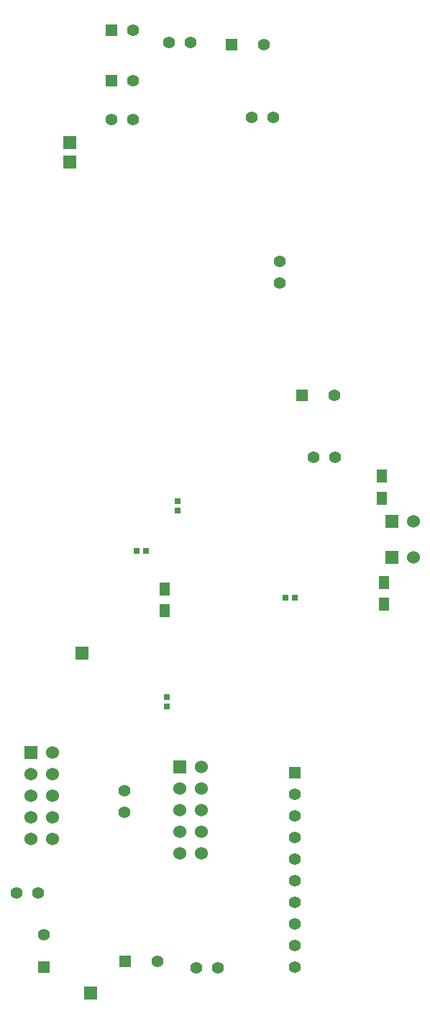
<source format=gbs>
G04 (created by PCBNEW (22-Jun-2014 BZR 4027)-stable) date Tue Mar 31 02:57:52 2015*
%MOIN*%
G04 Gerber Fmt 3.4, Leading zero omitted, Abs format*
%FSLAX34Y34*%
G01*
G70*
G90*
G04 APERTURE LIST*
%ADD10C,0.00590551*%
%ADD11R,0.0472X0.0591*%
%ADD12R,0.06X0.06*%
%ADD13C,0.06*%
%ADD14R,0.0590551X0.0590551*%
%ADD15R,0.0275X0.0315*%
%ADD16R,0.0315X0.0275*%
%ADD17C,0.055*%
%ADD18R,0.055X0.055*%
G04 APERTURE END LIST*
G54D10*
G54D11*
X70866Y-28661D03*
X70866Y-27637D03*
X70964Y-33582D03*
X70964Y-32558D03*
G54D12*
X71350Y-31397D03*
G54D13*
X72350Y-31397D03*
G54D14*
X56397Y-13090D03*
G54D12*
X57381Y-51574D03*
G54D15*
X60925Y-37874D03*
X60925Y-38306D03*
G54D16*
X59528Y-31102D03*
X59960Y-31102D03*
G54D15*
X61417Y-28819D03*
X61417Y-29251D03*
G54D16*
X66417Y-33267D03*
X66849Y-33267D03*
G54D11*
X60826Y-33878D03*
X60826Y-32854D03*
G54D17*
X63295Y-50393D03*
X62295Y-50393D03*
X62015Y-7578D03*
X61015Y-7578D03*
X66141Y-18708D03*
X66141Y-17708D03*
G54D12*
X61507Y-41110D03*
G54D13*
X62507Y-41110D03*
X61507Y-42110D03*
X62507Y-42110D03*
X61507Y-43110D03*
X62507Y-43110D03*
X61507Y-44110D03*
X62507Y-44110D03*
X61507Y-45110D03*
X62507Y-45110D03*
G54D12*
X54618Y-40421D03*
G54D13*
X55618Y-40421D03*
X54618Y-41421D03*
X55618Y-41421D03*
X54618Y-42421D03*
X55618Y-42421D03*
X54618Y-43421D03*
X55618Y-43421D03*
X54618Y-44421D03*
X55618Y-44421D03*
G54D14*
X56397Y-12204D03*
G54D18*
X63915Y-7677D03*
G54D17*
X65415Y-7677D03*
X64854Y-11023D03*
X65854Y-11023D03*
X67708Y-26771D03*
X68708Y-26771D03*
G54D18*
X67163Y-23917D03*
G54D17*
X68663Y-23917D03*
G54D12*
X56988Y-35826D03*
G54D17*
X58956Y-43216D03*
X58956Y-42216D03*
G54D18*
X58994Y-50098D03*
G54D17*
X60494Y-50098D03*
G54D18*
X55216Y-50356D03*
G54D17*
X55216Y-48856D03*
X53929Y-46948D03*
X54929Y-46948D03*
G54D18*
X66830Y-41366D03*
G54D17*
X66830Y-42366D03*
X66830Y-43366D03*
X66830Y-44366D03*
X66830Y-45366D03*
X66830Y-46366D03*
X66830Y-47366D03*
X66830Y-48366D03*
X66830Y-49366D03*
X66830Y-50366D03*
G54D18*
X58358Y-6988D03*
G54D17*
X59358Y-6988D03*
G54D18*
X58358Y-9350D03*
G54D17*
X59358Y-9350D03*
X58358Y-11122D03*
X59358Y-11122D03*
G54D12*
X71350Y-29724D03*
G54D13*
X72350Y-29724D03*
M02*

</source>
